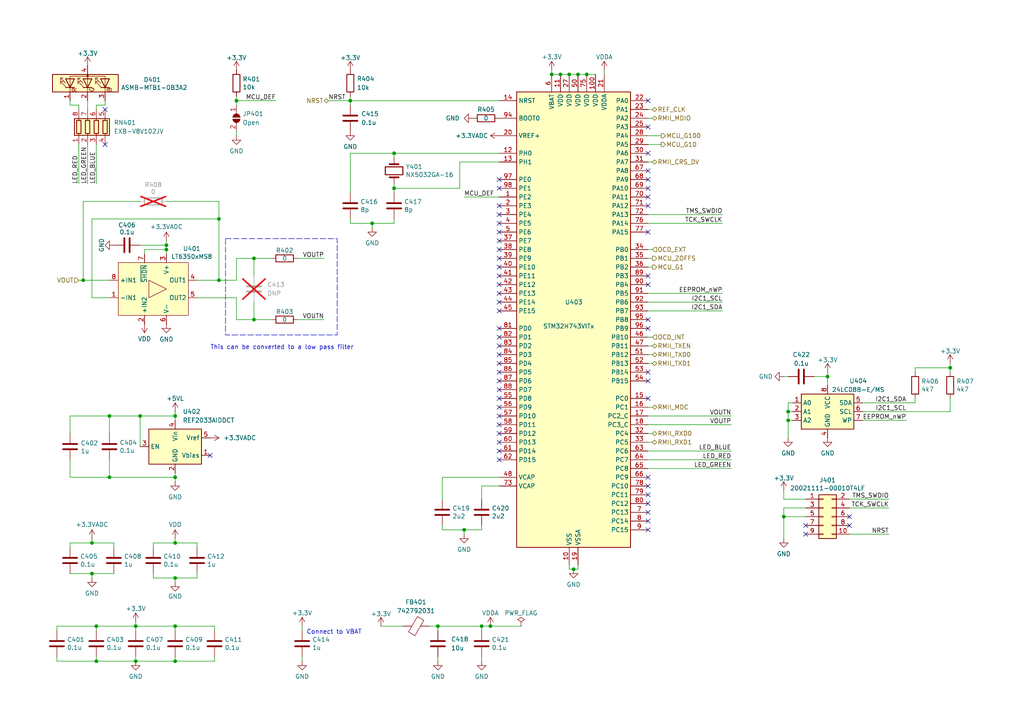
<source format=kicad_sch>
(kicad_sch (version 20231120) (generator "eeschema") (generator_version "8.0")
  (paper "A4")
  (lib_symbols
    (symbol "Connector_Generic:Conn_02x05_Odd_Even" (pin_names (offset 1.016) hide)
      (property "Reference" "J" (at 1.27 7.62 0))
      (property "Value" "Conn_02x05_Odd_Even" (at 1.27 -7.62 0))
      (symbol "Conn_02x05_Odd_Even_1_1"
        (pin passive line (at -5.08 5.08 0) (length 3.81) (name "Pin_1") (number "1"))
        (pin passive line (at 7.62 -5.08 180) (length 3.81) (name "Pin_10") (number "10"))
        (pin passive line (at 7.62 5.08 180) (length 3.81) (name "Pin_2") (number "2"))
        (pin passive line (at -5.08 2.54 0) (length 3.81) (name "Pin_3") (number "3"))
        (pin passive line (at 7.62 2.54 180) (length 3.81) (name "Pin_4") (number "4"))
        (pin passive line (at -5.08 0 0) (length 3.81) (name "Pin_5") (number "5"))
        (pin passive line (at 7.62 0 180) (length 3.81) (name "Pin_6") (number "6"))
        (pin passive line (at -5.08 -2.54 0) (length 3.81) (name "Pin_7") (number "7"))
        (pin passive line (at 7.62 -2.54 180) (length 3.81) (name "Pin_8") (number "8"))
        (pin passive line (at -5.08 -5.08 0) (length 3.81) (name "Pin_9") (number "9"))
      )
    )
    (symbol "Device:C" (pin_numbers hide) (pin_names (offset 0.254))
      (property "Reference" "C" (at 0.635 2.54 0))
      (property "Value" "C" (at 0.635 -2.54 0))
      (symbol "C_1_1"
        (pin passive line (at 0 3.81 270) (length 2.794) (name "~") (number "1"))
        (pin passive line (at 0 -3.81 90) (length 2.794) (name "~") (number "2"))
      )
    )
    (symbol "Device:Crystal" (pin_numbers hide) (pin_names (offset 1.016) hide)
      (property "Reference" "Y" (at 0 3.81 0))
      (property "Value" "Crystal" (at 0 -3.81 0))
      (symbol "Crystal_1_1"
        (pin passive line (at -3.81 0 0) (length 1.27) (name "1") (number "1"))
        (pin passive line (at 3.81 0 180) (length 1.27) (name "2") (number "2"))
      )
    )
    (symbol "Device:FerriteBead" (pin_numbers hide) (pin_names (offset 0))
      (property "Reference" "FB" (at -3.81 0.635 90))
      (property "Value" "FerriteBead" (at 3.81 0 90))
      (symbol "FerriteBead_1_1"
        (pin passive line (at 0 3.81 270) (length 2.54) (name "~") (number "1"))
        (pin passive line (at 0 -3.81 90) (length 2.54) (name "~") (number "2"))
      )
    )
    (symbol "Device:R" (pin_numbers hide) (pin_names (offset 0))
      (property "Reference" "R" (at 2.032 0 90))
      (property "Value" "R" (at 0 0 90))
      (symbol "R_1_1"
        (pin passive line (at 0 3.81 270) (length 1.27) (name "~") (number "1"))
        (pin passive line (at 0 -3.81 90) (length 1.27) (name "~") (number "2"))
      )
    )
    (symbol "Device:R_Pack04" (pin_names (offset 0) hide)
      (property "Reference" "RN" (at -7.62 0 90))
      (property "Value" "R_Pack04" (at 5.08 0 90))
      (symbol "R_Pack04_1_1"
        (pin passive line (at -5.08 -5.08 90) (length 2.54) (name "R1.1") (number "1"))
        (pin passive line (at -2.54 -5.08 90) (length 2.54) (name "R2.1") (number "2"))
        (pin passive line (at 0 -5.08 90) (length 2.54) (name "R3.1") (number "3"))
        (pin passive line (at 2.54 -5.08 90) (length 2.54) (name "R4.1") (number "4"))
        (pin passive line (at 2.54 5.08 270) (length 2.54) (name "R4.2") (number "5"))
        (pin passive line (at 0 5.08 270) (length 2.54) (name "R3.2") (number "6"))
        (pin passive line (at -2.54 5.08 270) (length 2.54) (name "R2.2") (number "7"))
        (pin passive line (at -5.08 5.08 270) (length 2.54) (name "R1.2") (number "8"))
      )
    )
    (symbol "ETH1HMSR-SMS:LT6350xMS8"
      (property "Reference" "U" (at 0 8.89 0))
      (property "Value" "LT6350xMS8" (at 12.446 8.89 0))
      (symbol "LT6350xMS8_0_0"
        (pin input line (at -12.7 -2.54 0) (length 2.54) (name "-IN1") (number "1"))
        (pin input line (at -2.54 -10.16 90) (length 2.54) (name "+IN2") (number "2"))
        (pin power_in line (at 3.81 10.16 270) (length 2.54) (name "V+") (number "3"))
        (pin output line (at 12.7 2.54 180) (length 2.54) (name "OUT1") (number "4"))
        (pin output line (at 12.7 -2.54 180) (length 2.54) (name "OUT2") (number "5"))
        (pin passive line (at 3.81 -10.16 90) (length 2.54) (name "V-") (number "6"))
        (pin input line (at -2.54 10.16 270) (length 2.54) (name "~{SHDN}") (number "7"))
        (pin input line (at -12.7 2.54 0) (length 2.54) (name "+IN1") (number "8"))
      )
    )
    (symbol "ETH1HMSR-SMS:REF2033AIDDCT"
      (property "Reference" "U" (at 2.54 8.89 0))
      (property "Value" "REF2033AIDDCT" (at 1.27 6.35 0))
      (symbol "REF2033AIDDCT_1_1"
        (pin power_out line (at 10.16 -2.54 180) (length 2.54) (name "Vbias") (number "1"))
        (pin power_in line (at 0 -7.62 90) (length 2.54) (name "GND") (number "2"))
        (pin input line (at -10.16 0 0) (length 2.54) (name "EN") (number "3"))
        (pin power_in line (at 0 7.62 270) (length 2.54) (name "Vin") (number "4"))
        (pin power_out line (at 10.16 2.54 180) (length 2.54) (name "Vref") (number "5"))
      )
    )
    (symbol "Jumper:SolderJumper_2_Open" (pin_names (offset 0) hide)
      (property "Reference" "JP" (at 0 2.032 0))
      (property "Value" "SolderJumper_2_Open" (at 0 -2.54 0))
      (symbol "SolderJumper_2_Open_1_1"
        (pin passive line (at -3.81 0 0) (length 2.54) (name "A") (number "1"))
        (pin passive line (at 3.81 0 180) (length 2.54) (name "B") (number "2"))
      )
    )
    (symbol "LED:ASMB-MTB1-0A3A2" (pin_names (offset 0) hide)
      (property "Reference" "D" (at 0 12.7 0))
      (property "Value" "ASMB-MTB1-0A3A2" (at 1.27 -11.43 0))
      (symbol "ASMB-MTB1-0A3A2_0_0"
        (text "B" (at -1.905 -6.35 0) (effects (font (size 1.27 1.27))))
        (text "G" (at -1.905 -1.27 0) (effects (font (size 1.27 1.27))))
        (text "R" (at -1.905 3.81 0) (effects (font (size 1.27 1.27))))
      )
      (symbol "ASMB-MTB1-0A3A2_1_1"
        (pin passive line (at -5.08 5.08 0) (length 2.54) (name "RK") (number "1"))
        (pin passive line (at -5.08 0 0) (length 2.54) (name "GK") (number "2"))
        (pin passive line (at -5.08 -5.08 0) (length 2.54) (name "BK") (number "3"))
        (pin passive line (at 5.08 0 180) (length 2.54) (name "A") (number "4"))
      )
    )
    (symbol "MCU_ST_STM32H7:STM32H743VITx"
      (property "Reference" "U" (at -15.24 67.31 0))
      (property "Value" "STM32H743VITx" (at 12.7 67.31 0))
      (symbol "STM32H743VITx_1_1"
        (pin bidirectional line (at -20.32 35.56 0) (length 5.08) (name "PE2") (number "1"))
        (pin power_in line (at 0 -71.12 90) (length 5.08) (name "VSS") (number "10"))
        (pin power_in line (at 7.62 71.12 270) (length 5.08) (name "VDD") (number "100"))
        (pin power_in line (at -2.54 71.12 270) (length 5.08) (name "VDD") (number "11"))
        (pin bidirectional line (at -20.32 48.26 0) (length 5.08) (name "PH0") (number "12"))
        (pin bidirectional line (at -20.32 45.72 0) (length 5.08) (name "PH1") (number "13"))
        (pin input line (at -20.32 63.5 0) (length 5.08) (name "NRST") (number "14"))
        (pin bidirectional line (at 22.86 -22.86 180) (length 5.08) (name "PC0") (number "15"))
        (pin bidirectional line (at 22.86 -25.4 180) (length 5.08) (name "PC1") (number "16"))
        (pin bidirectional line (at 22.86 -27.94 180) (length 5.08) (name "PC2_C") (number "17"))
        (pin bidirectional line (at 22.86 -30.48 180) (length 5.08) (name "PC3_C") (number "18"))
        (pin power_in line (at 2.54 -71.12 90) (length 5.08) (name "VSSA") (number "19"))
        (pin bidirectional line (at -20.32 33.02 0) (length 5.08) (name "PE3") (number "2"))
        (pin input line (at -20.32 53.34 0) (length 5.08) (name "VREF+") (number "20"))
        (pin power_in line (at 10.16 71.12 270) (length 5.08) (name "VDDA") (number "21"))
        (pin bidirectional line (at 22.86 63.5 180) (length 5.08) (name "PA0") (number "22"))
        (pin bidirectional line (at 22.86 60.96 180) (length 5.08) (name "PA1") (number "23"))
        (pin bidirectional line (at 22.86 58.42 180) (length 5.08) (name "PA2") (number "24"))
        (pin bidirectional line (at 22.86 55.88 180) (length 5.08) (name "PA3") (number "25"))
        (pin passive line (at 0 -71.12 90) (length 5.08) hide (name "VSS") (number "26"))
        (pin power_in line (at 0 71.12 270) (length 5.08) (name "VDD") (number "27"))
        (pin bidirectional line (at 22.86 53.34 180) (length 5.08) (name "PA4") (number "28"))
        (pin bidirectional line (at 22.86 50.8 180) (length 5.08) (name "PA5") (number "29"))
        (pin bidirectional line (at -20.32 30.48 0) (length 5.08) (name "PE4") (number "3"))
        (pin bidirectional line (at 22.86 48.26 180) (length 5.08) (name "PA6") (number "30"))
        (pin bidirectional line (at 22.86 45.72 180) (length 5.08) (name "PA7") (number "31"))
        (pin bidirectional line (at 22.86 -33.02 180) (length 5.08) (name "PC4") (number "32"))
        (pin bidirectional line (at 22.86 -35.56 180) (length 5.08) (name "PC5") (number "33"))
        (pin bidirectional line (at 22.86 20.32 180) (length 5.08) (name "PB0") (number "34"))
        (pin bidirectional line (at 22.86 17.78 180) (length 5.08) (name "PB1") (number "35"))
        (pin bidirectional line (at 22.86 15.24 180) (length 5.08) (name "PB2") (number "36"))
        (pin bidirectional line (at -20.32 22.86 0) (length 5.08) (name "PE7") (number "37"))
        (pin bidirectional line (at -20.32 20.32 0) (length 5.08) (name "PE8") (number "38"))
        (pin bidirectional line (at -20.32 17.78 0) (length 5.08) (name "PE9") (number "39"))
        (pin bidirectional line (at -20.32 27.94 0) (length 5.08) (name "PE5") (number "4"))
        (pin bidirectional line (at -20.32 15.24 0) (length 5.08) (name "PE10") (number "40"))
        (pin bidirectional line (at -20.32 12.7 0) (length 5.08) (name "PE11") (number "41"))
        (pin bidirectional line (at -20.32 10.16 0) (length 5.08) (name "PE12") (number "42"))
        (pin bidirectional line (at -20.32 7.62 0) (length 5.08) (name "PE13") (number "43"))
        (pin bidirectional line (at -20.32 5.08 0) (length 5.08) (name "PE14") (number "44"))
        (pin bidirectional line (at -20.32 2.54 0) (length 5.08) (name "PE15") (number "45"))
        (pin bidirectional line (at 22.86 -5.08 180) (length 5.08) (name "PB10") (number "46"))
        (pin bidirectional line (at 22.86 -7.62 180) (length 5.08) (name "PB11") (number "47"))
        (pin power_out line (at -20.32 -45.72 0) (length 5.08) (name "VCAP") (number "48"))
        (pin passive line (at 0 -71.12 90) (length 5.08) hide (name "VSS") (number "49"))
        (pin bidirectional line (at -20.32 25.4 0) (length 5.08) (name "PE6") (number "5"))
        (pin power_in line (at 2.54 71.12 270) (length 5.08) (name "VDD") (number "50"))
        (pin bidirectional line (at 22.86 -10.16 180) (length 5.08) (name "PB12") (number "51"))
        (pin bidirectional line (at 22.86 -12.7 180) (length 5.08) (name "PB13") (number "52"))
        (pin bidirectional line (at 22.86 -15.24 180) (length 5.08) (name "PB14") (number "53"))
        (pin bidirectional line (at 22.86 -17.78 180) (length 5.08) (name "PB15") (number "54"))
        (pin bidirectional line (at -20.32 -22.86 0) (length 5.08) (name "PD8") (number "55"))
        (pin bidirectional line (at -20.32 -25.4 0) (length 5.08) (name "PD9") (number "56"))
        (pin bidirectional line (at -20.32 -27.94 0) (length 5.08) (name "PD10") (number "57"))
        (pin bidirectional line (at -20.32 -30.48 0) (length 5.08) (name "PD11") (number "58"))
        (pin bidirectional line (at -20.32 -33.02 0) (length 5.08) (name "PD12") (number "59"))
        (pin power_in line (at -5.08 71.12 270) (length 5.08) (name "VBAT") (number "6"))
        (pin bidirectional line (at -20.32 -35.56 0) (length 5.08) (name "PD13") (number "60"))
        (pin bidirectional line (at -20.32 -38.1 0) (length 5.08) (name "PD14") (number "61"))
        (pin bidirectional line (at -20.32 -40.64 0) (length 5.08) (name "PD15") (number "62"))
        (pin bidirectional line (at 22.86 -38.1 180) (length 5.08) (name "PC6") (number "63"))
        (pin bidirectional line (at 22.86 -40.64 180) (length 5.08) (name "PC7") (number "64"))
        (pin bidirectional line (at 22.86 -43.18 180) (length 5.08) (name "PC8") (number "65"))
        (pin bidirectional line (at 22.86 -45.72 180) (length 5.08) (name "PC9") (number "66"))
        (pin bidirectional line (at 22.86 43.18 180) (length 5.08) (name "PA8") (number "67"))
        (pin bidirectional line (at 22.86 40.64 180) (length 5.08) (name "PA9") (number "68"))
        (pin bidirectional line (at 22.86 38.1 180) (length 5.08) (name "PA10") (number "69"))
        (pin bidirectional line (at 22.86 -55.88 180) (length 5.08) (name "PC13") (number "7"))
        (pin bidirectional line (at 22.86 35.56 180) (length 5.08) (name "PA11") (number "70"))
        (pin bidirectional line (at 22.86 33.02 180) (length 5.08) (name "PA12") (number "71"))
        (pin bidirectional line (at 22.86 30.48 180) (length 5.08) (name "PA13") (number "72"))
        (pin power_out line (at -20.32 -48.26 0) (length 5.08) (name "VCAP") (number "73"))
        (pin passive line (at 0 -71.12 90) (length 5.08) hide (name "VSS") (number "74"))
        (pin power_in line (at 5.08 71.12 270) (length 5.08) (name "VDD") (number "75"))
        (pin bidirectional line (at 22.86 27.94 180) (length 5.08) (name "PA14") (number "76"))
        (pin bidirectional line (at 22.86 25.4 180) (length 5.08) (name "PA15") (number "77"))
        (pin bidirectional line (at 22.86 -48.26 180) (length 5.08) (name "PC10") (number "78"))
        (pin bidirectional line (at 22.86 -50.8 180) (length 5.08) (name "PC11") (number "79"))
        (pin bidirectional line (at 22.86 -58.42 180) (length 5.08) (name "PC14") (number "8"))
        (pin bidirectional line (at 22.86 -53.34 180) (length 5.08) (name "PC12") (number "80"))
        (pin bidirectional line (at -20.32 -2.54 0) (length 5.08) (name "PD0") (number "81"))
        (pin bidirectional line (at -20.32 -5.08 0) (length 5.08) (name "PD1") (number "82"))
        (pin bidirectional line (at -20.32 -7.62 0) (length 5.08) (name "PD2") (number "83"))
        (pin bidirectional line (at -20.32 -10.16 0) (length 5.08) (name "PD3") (number "84"))
        (pin bidirectional line (at -20.32 -12.7 0) (length 5.08) (name "PD4") (number "85"))
        (pin bidirectional line (at -20.32 -15.24 0) (length 5.08) (name "PD5") (number "86"))
        (pin bidirectional line (at -20.32 -17.78 0) (length 5.08) (name "PD6") (number "87"))
        (pin bidirectional line (at -20.32 -20.32 0) (length 5.08) (name "PD7") (number "88"))
        (pin bidirectional line (at 22.86 12.7 180) (length 5.08) (name "PB3") (number "89"))
        (pin bidirectional line (at 22.86 -60.96 180) (length 5.08) (name "PC15") (number "9"))
        (pin bidirectional line (at 22.86 10.16 180) (length 5.08) (name "PB4") (number "90"))
        (pin bidirectional line (at 22.86 7.62 180) (length 5.08) (name "PB5") (number "91"))
        (pin bidirectional line (at 22.86 5.08 180) (length 5.08) (name "PB6") (number "92"))
        (pin bidirectional line (at 22.86 2.54 180) (length 5.08) (name "PB7") (number "93"))
        (pin input line (at -20.32 58.42 0) (length 5.08) (name "BOOT0") (number "94"))
        (pin bidirectional line (at 22.86 0 180) (length 5.08) (name "PB8") (number "95"))
        (pin bidirectional line (at 22.86 -2.54 180) (length 5.08) (name "PB9") (number "96"))
        (pin bidirectional line (at -20.32 40.64 0) (length 5.08) (name "PE0") (number "97"))
        (pin bidirectional line (at -20.32 38.1 0) (length 5.08) (name "PE1") (number "98"))
        (pin passive line (at 0 -71.12 90) (length 5.08) hide (name "VSS") (number "99"))
      )
    )
    (symbol "Memory_EEPROM:24LC08"
      (property "Reference" "U" (at -6.35 6.35 0))
      (property "Value" "24LC08" (at 1.27 6.35 0))
      (symbol "24LC08_1_1"
        (pin input line (at -10.16 2.54 0) (length 2.54) (name "A0") (number "1"))
        (pin input line (at -10.16 0 0) (length 2.54) (name "A1") (number "2"))
        (pin input line (at -10.16 -2.54 0) (length 2.54) (name "A2") (number "3"))
        (pin power_in line (at 0 -7.62 90) (length 2.54) (name "GND") (number "4"))
        (pin bidirectional line (at 10.16 2.54 180) (length 2.54) (name "SDA") (number "5"))
        (pin input line (at 10.16 0 180) (length 2.54) (name "SCL") (number "6"))
        (pin input line (at 10.16 -2.54 180) (length 2.54) (name "WP") (number "7"))
        (pin power_in line (at 0 7.62 270) (length 2.54) (name "VCC") (number "8"))
      )
    )
    (symbol "power:+3.3V" (power) (pin_numbers hide) (pin_names (offset 0) hide)
      (property "Value" "+3.3V" (at 0 3.556 0))
      (symbol "+3.3V_1_1"
        (pin power_in line (at 0 0 90) (length 0) (name "~") (number "1"))
      )
    )
    (symbol "power:+3.3VADC" (power) (pin_numbers hide) (pin_names (offset 0) hide)
      (property "Value" "+3.3VADC" (at 0 3.556 0))
      (symbol "+3.3VADC_0_0"
        (pin power_in line (at 0 0 90) (length 0) (name "~") (number "1"))
      )
    )
    (symbol "power:+5VL" (power) (pin_numbers hide) (pin_names (offset 0) hide)
      (property "Value" "+5VL" (at 0 3.556 0))
      (symbol "+5VL_1_1"
        (pin power_in line (at 0 0 90) (length 0) (name "~") (number "1"))
      )
    )
    (symbol "power:GND" (power) (pin_numbers hide) (pin_names (offset 0) hide)
      (property "Value" "GND" (at 0 -3.81 0))
      (symbol "GND_1_1"
        (pin power_in line (at 0 0 270) (length 0) (name "~") (number "1"))
      )
    )
    (symbol "power:PWR_FLAG" (power) (pin_numbers hide) (pin_names (offset 0) hide)
      (property "Value" "PWR_FLAG" (at 0 3.81 0))
      (symbol "PWR_FLAG_0_0"
        (pin power_out line (at 0 0 90) (length 0) (name "~") (number "1"))
      )
    )
    (symbol "power:VDD" (power) (pin_numbers hide) (pin_names (offset 0) hide)
      (property "Value" "VDD" (at 0 3.556 0))
      (symbol "VDD_1_1"
        (pin power_in line (at 0 0 90) (length 0) (name "~") (number "1"))
      )
    )
    (symbol "power:VDDA" (power) (pin_numbers hide) (pin_names (offset 0) hide)
      (property "Value" "VDDA" (at 0 3.556 0))
      (symbol "VDDA_1_1"
        (pin power_in line (at 0 0 90) (length 0) (name "~") (number "1"))
      )
    )
  )
  (junction (at 50.8 157.48))
  (junction (at 39.37 181.61))
  (junction (at 50.8 191.77))
  (junction (at 31.75 138.43))
  (junction (at 48.26 71.12))
  (junction (at 167.64 21.59))
  (junction (at 228.6 119.38))
  (junction (at 48.26 72.39))
  (junction (at 139.7 181.61))
  (junction (at 40.64 120.65))
  (junction (at 101.6 29.21))
  (junction (at 170.18 21.59))
  (junction (at 228.6 121.92))
  (junction (at 166.37 165.1))
  (junction (at 27.94 191.77))
  (junction (at 63.5 63.5))
  (junction (at 134.62 153.67))
  (junction (at 142.24 181.61))
  (junction (at 107.95 64.77))
  (junction (at 73.66 92.71))
  (junction (at 162.56 21.59))
  (junction (at 50.8 138.43))
  (junction (at 275.59 106.68))
  (junction (at 50.8 167.64))
  (junction (at 114.3 54.61))
  (junction (at 227.33 149.86))
  (junction (at 39.37 191.77))
  (junction (at 127 181.61))
  (junction (at 50.8 181.61))
  (junction (at 27.94 181.61))
  (junction (at 114.3 44.45))
  (junction (at 24.13 81.28))
  (junction (at 240.03 109.22))
  (junction (at 31.75 120.65))
  (junction (at 26.67 166.37))
  (junction (at 63.5 81.28))
  (junction (at 26.67 157.48))
  (junction (at 160.02 21.59))
  (junction (at 50.8 120.65))
  (junction (at 68.58 29.21))
  (junction (at 73.66 74.93))
  (junction (at 165.1 21.59))
  (no_connect (at 144.78 85.09))
  (no_connect (at 144.78 62.23))
  (no_connect (at 187.96 57.15))
  (no_connect (at 144.78 105.41))
  (no_connect (at 144.78 102.87))
  (no_connect (at 144.78 115.57))
  (no_connect (at 187.96 59.69))
  (no_connect (at 144.78 100.33))
  (no_connect (at 246.38 152.4))
  (no_connect (at 187.96 44.45))
  (no_connect (at 144.78 90.17))
  (no_connect (at 187.96 107.95))
  (no_connect (at 144.78 118.11))
  (no_connect (at 187.96 110.49))
  (no_connect (at 144.78 125.73))
  (no_connect (at 233.68 154.94))
  (no_connect (at 187.96 146.05))
  (no_connect (at 187.96 92.71))
  (no_connect (at 144.78 59.69))
  (no_connect (at 187.96 49.53))
  (no_connect (at 187.96 80.01))
  (no_connect (at 144.78 95.25))
  (no_connect (at 144.78 82.55))
  (no_connect (at 144.78 110.49))
  (no_connect (at 144.78 87.63))
  (no_connect (at 144.78 64.77))
  (no_connect (at 144.78 113.03))
  (no_connect (at 187.96 54.61))
  (no_connect (at 144.78 97.79))
  (no_connect (at 187.96 138.43))
  (no_connect (at 144.78 130.81))
  (no_connect (at 187.96 143.51))
  (no_connect (at 187.96 148.59))
  (no_connect (at 187.96 115.57))
  (no_connect (at 187.96 36.83))
  (no_connect (at 187.96 52.07))
  (no_connect (at 187.96 67.31))
  (no_connect (at 144.78 52.07))
  (no_connect (at 144.78 107.95))
  (no_connect (at 30.48 41.91))
  (no_connect (at 187.96 151.13))
  (no_connect (at 246.38 149.86))
  (no_connect (at 144.78 74.93))
  (no_connect (at 144.78 80.01))
  (no_connect (at 187.96 29.21))
  (no_connect (at 30.48 31.75))
  (no_connect (at 187.96 153.67))
  (no_connect (at 187.96 95.25))
  (no_connect (at 144.78 128.27))
  (no_connect (at 187.96 140.97))
  (no_connect (at 144.78 120.65))
  (no_connect (at 144.78 54.61))
  (no_connect (at 144.78 77.47))
  (no_connect (at 60.96 132.08))
  (no_connect (at 144.78 69.85))
  (no_connect (at 144.78 133.35))
  (no_connect (at 144.78 67.31))
  (no_connect (at 144.78 72.39))
  (no_connect (at 187.96 82.55))
  (no_connect (at 144.78 123.19))
  (no_connect (at 233.68 152.4))
  (wire (pts (xy 39.37 190.5) (xy 39.37 191.77)))
  (wire (pts (xy 73.66 74.93) (xy 78.74 74.93)))
  (wire (pts (xy 50.8 156.21) (xy 50.8 157.48)))
  (wire (pts (xy 50.8 181.61) (xy 39.37 181.61)))
  (wire (pts (xy 50.8 167.64) (xy 50.8 168.91)))
  (wire (pts (xy 162.56 21.59) (xy 165.1 21.59)))
  (wire (pts (xy 63.5 81.28) (xy 68.58 81.28)))
  (wire (pts (xy 265.43 107.95) (xy 265.43 106.68)))
  (wire (pts (xy 25.4 29.21) (xy 25.4 31.75)))
  (wire (pts (xy 165.1 165.1) (xy 166.37 165.1)))
  (wire (pts (xy 26.67 63.5) (xy 63.5 63.5)))
  (wire (pts (xy 26.67 86.36) (xy 31.75 86.36)))
  (wire (pts (xy 101.6 29.21) (xy 144.78 29.21)))
  (wire (pts (xy 39.37 181.61) (xy 27.94 181.61)))
  (wire (pts (xy 31.75 120.65) (xy 40.64 120.65)))
  (wire (pts (xy 189.23 77.47) (xy 187.96 77.47)))
  (wire (pts (xy 44.45 157.48) (xy 50.8 157.48)))
  (wire (pts (xy 68.58 30.48) (xy 68.58 29.21)))
  (wire (pts (xy 33.02 157.48) (xy 26.67 157.48)))
  (wire (pts (xy 187.96 46.99) (xy 189.23 46.99)))
  (wire (pts (xy 240.03 109.22) (xy 240.03 111.76)))
  (wire (pts (xy 187.96 133.35) (xy 212.09 133.35)))
  (wire (pts (xy 26.67 156.21) (xy 26.67 157.48)))
  (wire (pts (xy 165.1 163.83) (xy 165.1 165.1)))
  (wire (pts (xy 228.6 127) (xy 228.6 121.92)))
  (wire (pts (xy 40.64 71.12) (xy 48.26 71.12)))
  (wire (pts (xy 27.94 181.61) (xy 16.51 181.61)))
  (wire (pts (xy 50.8 191.77) (xy 62.23 191.77)))
  (wire (pts (xy 86.36 92.71) (xy 93.98 92.71)))
  (wire (pts (xy 139.7 140.97) (xy 144.78 140.97)))
  (wire (pts (xy 41.91 72.39) (xy 41.91 73.66)))
  (wire (pts (xy 187.96 97.79) (xy 189.23 97.79)))
  (wire (pts (xy 26.67 157.48) (xy 20.32 157.48)))
  (wire (pts (xy 20.32 120.65) (xy 31.75 120.65)))
  (wire (pts (xy 233.68 149.86) (xy 227.33 149.86)))
  (wire (pts (xy 87.63 181.61) (xy 87.63 182.88)))
  (wire (pts (xy 187.96 118.11) (xy 189.23 118.11)))
  (wire (pts (xy 26.67 86.36) (xy 26.67 63.5)))
  (wire (pts (xy 31.75 120.65) (xy 31.75 125.73)))
  (wire (pts (xy 30.48 30.48) (xy 27.94 30.48)))
  (wire (pts (xy 73.66 87.63) (xy 73.66 92.71)))
  (wire (pts (xy 187.96 125.73) (xy 189.23 125.73)))
  (wire (pts (xy 250.19 116.84) (xy 265.43 116.84)))
  (wire (pts (xy 27.94 30.48) (xy 27.94 31.75)))
  (wire (pts (xy 57.15 81.28) (xy 63.5 81.28)))
  (wire (pts (xy 139.7 181.61) (xy 139.7 182.88)))
  (wire (pts (xy 57.15 166.37) (xy 57.15 167.64)))
  (wire (pts (xy 48.26 73.66) (xy 48.26 72.39)))
  (wire (pts (xy 40.64 120.65) (xy 50.8 120.65)))
  (wire (pts (xy 134.62 153.67) (xy 139.7 153.67)))
  (wire (pts (xy 250.19 121.92) (xy 262.89 121.92)))
  (wire (pts (xy 114.3 64.77) (xy 114.3 63.5)))
  (wire (pts (xy 275.59 105.41) (xy 275.59 106.68)))
  (wire (pts (xy 107.95 64.77) (xy 114.3 64.77)))
  (wire (pts (xy 191.77 39.37) (xy 187.96 39.37)))
  (wire (pts (xy 22.86 41.91) (xy 22.86 53.34)))
  (wire (pts (xy 187.96 34.29) (xy 189.23 34.29)))
  (wire (pts (xy 20.32 138.43) (xy 20.32 133.35)))
  (wire (pts (xy 227.33 149.86) (xy 227.33 147.32)))
  (wire (pts (xy 191.77 41.91) (xy 187.96 41.91)))
  (wire (pts (xy 236.22 109.22) (xy 240.03 109.22)))
  (wire (pts (xy 48.26 72.39) (xy 41.91 72.39)))
  (wire (pts (xy 187.96 100.33) (xy 189.23 100.33)))
  (wire (pts (xy 189.23 74.93) (xy 187.96 74.93)))
  (wire (pts (xy 187.96 105.41) (xy 189.23 105.41)))
  (wire (pts (xy 20.32 157.48) (xy 20.32 158.75)))
  (wire (pts (xy 114.3 44.45) (xy 101.6 44.45)))
  (wire (pts (xy 44.45 166.37) (xy 44.45 167.64)))
  (wire (pts (xy 187.96 128.27) (xy 189.23 128.27)))
  (wire (pts (xy 110.49 181.61) (xy 116.84 181.61)))
  (wire (pts (xy 139.7 181.61) (xy 142.24 181.61)))
  (wire (pts (xy 44.45 167.64) (xy 50.8 167.64)))
  (wire (pts (xy 189.23 102.87) (xy 187.96 102.87)))
  (wire (pts (xy 50.8 138.43) (xy 50.8 139.7)))
  (wire (pts (xy 139.7 140.97) (xy 139.7 144.78)))
  (wire (pts (xy 62.23 181.61) (xy 62.23 182.88)))
  (wire (pts (xy 24.13 81.28) (xy 31.75 81.28)))
  (wire (pts (xy 50.8 157.48) (xy 57.15 157.48)))
  (wire (pts (xy 48.26 58.42) (xy 63.5 58.42)))
  (wire (pts (xy 160.02 21.59) (xy 162.56 21.59)))
  (wire (pts (xy 39.37 181.61) (xy 39.37 182.88)))
  (wire (pts (xy 16.51 190.5) (xy 16.51 191.77)))
  (wire (pts (xy 16.51 181.61) (xy 16.51 182.88)))
  (wire (pts (xy 133.35 46.99) (xy 133.35 54.61)))
  (wire (pts (xy 144.78 46.99) (xy 133.35 46.99)))
  (wire (pts (xy 68.58 74.93) (xy 73.66 74.93)))
  (wire (pts (xy 187.96 123.19) (xy 212.09 123.19)))
  (wire (pts (xy 68.58 81.28) (xy 68.58 74.93)))
  (wire (pts (xy 73.66 74.93) (xy 73.66 80.01)))
  (wire (pts (xy 228.6 119.38) (xy 228.6 121.92)))
  (wire (pts (xy 167.64 163.83) (xy 167.64 165.1)))
  (wire (pts (xy 187.96 120.65) (xy 212.09 120.65)))
  (wire (pts (xy 228.6 121.92) (xy 229.87 121.92)))
  (wire (pts (xy 50.8 167.64) (xy 57.15 167.64)))
  (wire (pts (xy 27.94 181.61) (xy 27.94 182.88)))
  (wire (pts (xy 246.38 147.32) (xy 257.81 147.32)))
  (wire (pts (xy 50.8 181.61) (xy 50.8 182.88)))
  (wire (pts (xy 31.75 133.35) (xy 31.75 138.43)))
  (wire (pts (xy 134.62 57.15) (xy 144.78 57.15)))
  (wire (pts (xy 50.8 120.65) (xy 50.8 121.92)))
  (wire (pts (xy 48.26 71.12) (xy 48.26 72.39)))
  (wire (pts (xy 227.33 142.24) (xy 227.33 144.78)))
  (wire (pts (xy 128.27 138.43) (xy 144.78 138.43)))
  (wire (pts (xy 101.6 63.5) (xy 101.6 64.77)))
  (wire (pts (xy 80.01 29.21) (xy 68.58 29.21)))
  (wire (pts (xy 246.38 144.78) (xy 257.81 144.78)))
  (wire (pts (xy 227.33 147.32) (xy 233.68 147.32)))
  (wire (pts (xy 167.64 21.59) (xy 170.18 21.59)))
  (wire (pts (xy 187.96 87.63) (xy 209.55 87.63)))
  (wire (pts (xy 175.26 20.32) (xy 175.26 21.59)))
  (wire (pts (xy 68.58 38.1) (xy 68.58 39.37)))
  (wire (pts (xy 20.32 29.21) (xy 20.32 30.48)))
  (wire (pts (xy 68.58 86.36) (xy 57.15 86.36)))
  (wire (pts (xy 265.43 116.84) (xy 265.43 115.57)))
  (wire (pts (xy 22.86 81.28) (xy 24.13 81.28)))
  (wire (pts (xy 114.3 53.34) (xy 114.3 54.61)))
  (wire (pts (xy 139.7 191.77) (xy 139.7 190.5)))
  (wire (pts (xy 50.8 138.43) (xy 31.75 138.43)))
  (wire (pts (xy 187.96 90.17) (xy 209.55 90.17)))
  (wire (pts (xy 68.58 92.71) (xy 73.66 92.71)))
  (wire (pts (xy 134.62 154.94) (xy 134.62 153.67)))
  (wire (pts (xy 128.27 153.67) (xy 134.62 153.67)))
  (wire (pts (xy 101.6 29.21) (xy 101.6 30.48)))
  (wire (pts (xy 128.27 152.4) (xy 128.27 153.67)))
  (wire (pts (xy 22.86 30.48) (xy 22.86 31.75)))
  (wire (pts (xy 63.5 63.5) (xy 63.5 81.28)))
  (wire (pts (xy 27.94 41.91) (xy 27.94 53.34)))
  (wire (pts (xy 187.96 135.89) (xy 212.09 135.89)))
  (wire (pts (xy 275.59 119.38) (xy 275.59 115.57)))
  (wire (pts (xy 160.02 20.32) (xy 160.02 21.59)))
  (wire (pts (xy 127 181.61) (xy 124.46 181.61)))
  (wire (pts (xy 246.38 154.94) (xy 257.81 154.94)))
  (wire (pts (xy 95.25 29.21) (xy 101.6 29.21)))
  (wire (pts (xy 275.59 106.68) (xy 275.59 107.95)))
  (wire (pts (xy 101.6 64.77) (xy 107.95 64.77)))
  (wire (pts (xy 240.03 107.95) (xy 240.03 109.22)))
  (wire (pts (xy 187.96 31.75) (xy 189.23 31.75)))
  (wire (pts (xy 50.8 137.16) (xy 50.8 138.43)))
  (wire (pts (xy 33.02 157.48) (xy 33.02 158.75)))
  (wire (pts (xy 68.58 92.71) (xy 68.58 86.36)))
  (wire (pts (xy 229.87 119.38) (xy 228.6 119.38)))
  (wire (pts (xy 166.37 165.1) (xy 167.64 165.1)))
  (wire (pts (xy 127 181.61) (xy 127 182.88)))
  (wire (pts (xy 62.23 181.61) (xy 50.8 181.61)))
  (wire (pts (xy 133.35 54.61) (xy 114.3 54.61)))
  (wire (pts (xy 229.87 116.84) (xy 228.6 116.84)))
  (wire (pts (xy 25.4 41.91) (xy 25.4 53.34)))
  (wire (pts (xy 73.66 92.71) (xy 78.74 92.71)))
  (wire (pts (xy 228.6 116.84) (xy 228.6 119.38)))
  (wire (pts (xy 187.96 62.23) (xy 209.55 62.23)))
  (wire (pts (xy 39.37 180.34) (xy 39.37 181.61)))
  (wire (pts (xy 127 181.61) (xy 139.7 181.61)))
  (wire (pts (xy 40.64 120.65) (xy 40.64 129.54)))
  (wire (pts (xy 227.33 144.78) (xy 233.68 144.78)))
  (wire (pts (xy 30.48 29.21) (xy 30.48 30.48)))
  (wire (pts (xy 227.33 109.22) (xy 228.6 109.22)))
  (wire (pts (xy 114.3 45.72) (xy 114.3 44.45)))
  (wire (pts (xy 27.94 190.5) (xy 27.94 191.77)))
  (wire (pts (xy 265.43 106.68) (xy 275.59 106.68)))
  (wire (pts (xy 62.23 191.77) (xy 62.23 190.5)))
  (wire (pts (xy 68.58 29.21) (xy 68.58 27.94)))
  (wire (pts (xy 187.96 130.81) (xy 212.09 130.81)))
  (wire (pts (xy 24.13 58.42) (xy 24.13 81.28)))
  (wire (pts (xy 16.51 191.77) (xy 27.94 191.77)))
  (wire (pts (xy 127 191.77) (xy 127 190.5)))
  (wire (pts (xy 114.3 44.45) (xy 144.78 44.45)))
  (wire (pts (xy 50.8 190.5) (xy 50.8 191.77)))
  (wire (pts (xy 165.1 21.59) (xy 167.64 21.59)))
  (wire (pts (xy 250.19 119.38) (xy 275.59 119.38)))
  (wire (pts (xy 40.64 58.42) (xy 24.13 58.42)))
  (wire (pts (xy 44.45 157.48) (xy 44.45 158.75)))
  (wire (pts (xy 101.6 44.45) (xy 101.6 55.88)))
  (wire (pts (xy 27.94 191.77) (xy 39.37 191.77)))
  (wire (pts (xy 139.7 153.67) (xy 139.7 152.4)))
  (wire (pts (xy 20.32 166.37) (xy 26.67 166.37)))
  (wire (pts (xy 39.37 191.77) (xy 50.8 191.77)))
  (wire (pts (xy 86.36 74.93) (xy 93.98 74.93)))
  (wire (pts (xy 87.63 190.5) (xy 87.63 191.77)))
  (wire (pts (xy 26.67 166.37) (xy 33.02 166.37)))
  (wire (pts (xy 48.26 69.85) (xy 48.26 71.12)))
  (wire (pts (xy 128.27 138.43) (xy 128.27 144.78)))
  (wire (pts (xy 20.32 30.48) (xy 22.86 30.48)))
  (wire (pts (xy 170.18 21.59) (xy 172.72 21.59)))
  (wire (pts (xy 63.5 58.42) (xy 63.5 63.5)))
  (wire (pts (xy 114.3 54.61) (xy 114.3 55.88)))
  (wire (pts (xy 187.96 72.39) (xy 189.23 72.39)))
  (wire (pts (xy 187.96 85.09) (xy 209.55 85.09)))
  (wire (pts (xy 20.32 125.73) (xy 20.32 120.65)))
  (wire (pts (xy 57.15 157.48) (xy 57.15 158.75)))
  (wire (pts (xy 50.8 119.38) (xy 50.8 120.65)))
  (wire (pts (xy 31.75 138.43) (xy 20.32 138.43)))
  (wire (pts (xy 107.95 66.04) (xy 107.95 64.77)))
  (wire (pts (xy 227.33 156.21) (xy 227.33 149.86)))
  (wire (pts (xy 142.24 181.61) (xy 151.13 181.61)))
  (wire (pts (xy 26.67 166.37) (xy 26.67 167.64)))
  (wire (pts (xy 187.96 64.77) (xy 209.55 64.77)))
  (wire (pts (xy 101.6 27.94) (xy 101.6 29.21)))
  (rectangle (start 65.405 69.215) (end 97.79 97.155) (stroke (width 0) (type dash)))
  (text "This can be converted to a low pass filter" (at 81.788 100.838 0) (effects (font (size 1.27 1.27))))
  (text "Connect to VBAT" (at 88.9 184.15 0) (effects (font (size 1.27 1.27)) (justify left bottom)))
  (label "MCU_DEF" (at 134.62 57.15 0))
  (label "VOUTN" (at 93.98 92.71 180))
  (label "MCU_DEF" (at 80.01 29.21 180))
  (label "I2C1_SDA" (at 209.55 90.17 180))
  (label "LED_RED" (at 22.86 53.34 90))
  (label "TCK_SWCLK" (at 209.55 64.77 180))
  (label "I2C1_SDA" (at 262.89 116.84 180))
  (label "LED_BLUE" (at 212.09 130.81 180))
  (label "TCK_SWCLK" (at 257.81 147.32 180))
  (label "VOUTP" (at 212.09 123.19 180))
  (label "I2C1_SCL" (at 262.89 119.38 180))
  (label "EEPROM_nWP" (at 262.89 121.92 180))
  (label "LED_GREEN" (at 25.4 53.34 90))
  (label "VOUTP" (at 93.98 74.93 180))
  (label "LED_GREEN" (at 212.09 135.89 180))
  (label "LED_RED" (at 212.09 133.35 180))
  (label "LED_BLUE" (at 27.94 53.34 90))
  (label "VOUTN" (at 212.09 120.65 180))
  (label "I2C1_SCL" (at 209.55 87.63 180))
  (label "EEPROM_nWP" (at 209.55 85.09 180))
  (label "NRST" (at 257.81 154.94 180))
  (label "TMS_SWDIO" (at 209.55 62.23 180))
  (label "TMS_SWDIO" (at 257.81 144.78 180))
  (label "NRST" (at 95.25 29.21 0))
  (hierarchical_label "RMII_MDC" (shape bidirectional) (at 189.23 118.11 0))
  (hierarchical_label "MCU_G1" (shape output) (at 189.23 77.47 0))
  (hierarchical_label "VOUT" (shape input) (at 22.86 81.28 180))
  (hierarchical_label "OCD_INT" (shape input) (at 189.23 97.79 0))
  (hierarchical_label "RMII_MDIO" (shape bidirectional) (at 189.23 34.29 0))
  (hierarchical_label "RMII_TXD1" (shape bidirectional) (at 189.23 105.41 0))
  (hierarchical_label "REF_CLK" (shape bidirectional) (at 189.23 31.75 0))
  (hierarchical_label "RMII_TXEN" (shape bidirectional) (at 189.23 100.33 0))
  (hierarchical_label "RMII_TXD0" (shape bidirectional) (at 189.23 102.87 0))
  (hierarchical_label "NRST" (shape bidirectional) (at 95.25 29.21 180))
  (hierarchical_label "MCU_G10" (shape output) (at 191.77 41.91 0))
  (hierarchical_label "MCU_ZOFFS" (shape output) (at 189.23 74.93 0))
  (hierarchical_label "RMII_CRS_DV" (shape bidirectional) (at 189.23 46.99 0))
  (hierarchical_label "MCU_G100" (shape output) (at 191.77 39.37 0))
  (hierarchical_label "OCD_EXT" (shape input) (at 189.23 72.39 0))
  (hierarchical_label "RMII_RXD0" (shape bidirectional) (at 189.23 125.73 0))
  (hierarchical_label "RMII_RXD1" (shape bidirectional) (at 189.23 128.27 0))
  (symbol (lib_id "power:VDDA") (at 175.26 20.32 0) (unit 1)
    (property "Reference" "#PWR0431" (effects (hide yes)))
    (property "Value" "VDDA" (at 175.26 16.51 0))
    (property "Description" "Power symbol creates a global label with name \"VDDA\"" (effects (hide yes)))
    (instances (project "ETH1HMSR-SMS" (path "" (reference "#PWR0431") (unit 1))) (project "ETH1IRCAM1" (path "" (reference "#PWR0418") (unit 1))))
  )
  (symbol (lib_id "LED:ASMB-MTB1-0A3A2") (at 25.4 24.13 90) (unit 1)
    (property "Reference" "D401" (at 46.736 23.114 90) (effects (justify left)))
    (property "Value" "ASMB-MTB1-0B3A2" (at 54.356 25.4 90) (effects (justify left)))
    (property "Footprint" "LED_SMD:LED_Avago_PLCC4_3.2x2.8mm_CW" (effects (hide yes)))
    (property "Datasheet" "https://docs.broadcom.com/docs/AV02-4194EN" (effects (hide yes)))
  )
  (symbol (lib_id "Device:C") (at 16.51 186.69 0) (unit 1)
    (property "Reference" "C401" (at 19.431 185.5216 0) (effects (justify left)))
    (property "Value" "0.1u" (at 19.431 187.833 0) (effects (justify left)))
    (property "Footprint" "Capacitor_SMD:C_0603_1608Metric_Pad1.08x0.95mm_HandSolder" (effects (hide yes)))
  )
  (symbol (lib_id "power:GND") (at 228.6 127 0) (unit 1)
    (property "Reference" "#PWR0435" (effects (hide yes)))
    (property "Value" "GND" (at 228.6 131.445 0))
    (property "Description" "Power symbol creates a global label with name \"GND\" , ground" (effects (hide yes)))
    (instances (project "ETH1HMSR-SMS" (path "" (reference "#PWR0435") (unit 1))) (project "ETH1IRCAM1" (path "" (reference "#PWR0424") (unit 1))))
  )
  (symbol (lib_id "ETH1HMSR-SMS:LT6350xMS8") (at 44.45 83.82 0) (unit 1)
    (property "Reference" "U401" (at 55.626 72.136 0))
    (property "Value" "LT6350xMS8" (at 55.626 74.422 0))
    (property "Footprint" "Package_SO:MSOP-8_3x3mm_P0.65mm" (effects (hide yes)))
    (property "Datasheet" "https://www.analog.com/media/en/technical-documentation/data-sheets/6350fc.pdf" (effects (hide yes)))
  )
  (symbol (lib_id "power:GND") (at 139.7 191.77 0) (unit 1)
    (property "Reference" "#PWR0426" (effects (hide yes)))
    (property "Value" "GND" (at 139.7 196.215 0))
    (property "Description" "Power symbol creates a global label with name \"GND\" , ground" (effects (hide yes)))
    (instances (project "ETH1HMSR-SMS" (path "" (reference "#PWR0426") (unit 1))) (project "ETH1IRCAM1" (path "" (reference "#PWR0413") (unit 1))))
  )
  (symbol (lib_id "Device:Crystal") (at 114.3 49.53 270) (unit 1)
    (property "Reference" "Y401" (at 117.6274 48.3616 90) (effects (justify left)))
    (property "Value" "NX5032GA-16" (at 117.6274 50.673 90) (effects (justify left)))
    (property "Footprint" "ETH1HMSR-SMS:NX5032GA" (effects (hide yes)))
  )
  (symbol (lib_id "Device:FerriteBead") (at 120.65 181.61 270) (unit 1)
    (property "Reference" "FB401" (at 120.65 174.625 90))
    (property "Value" "742792031" (at 120.65 177.165 90))
    (property "Footprint" "Inductor_SMD:L_0805_2012Metric_Pad1.05x1.20mm_HandSolder" (effects (hide yes)))
  )
  (symbol (lib_id "Device:C") (at 139.7 148.59 0) (unit 1)
    (property "Reference" "C420" (at 142.621 147.4216 0) (effects (justify left)))
    (property "Value" "2u2" (at 142.621 149.733 0) (effects (justify left)))
    (property "Footprint" "Capacitor_SMD:C_0603_1608Metric_Pad1.08x0.95mm_HandSolder" (effects (hide yes)))
    (instances (project "ETH1HMSR-SMS" (path "" (reference "C420") (unit 1))) (project "ETH1IRCAM1" (path "" (reference "C412") (unit 1))))
  )
  (symbol (lib_id "power:GND") (at 137.16 34.29 270) (unit 1)
    (property "Reference" "#PWR0425" (effects (hide yes)))
    (property "Value" "GND" (at 133.35 34.29 90) (effects (justify right)))
    (property "Description" "Power symbol creates a global label with name \"GND\" , ground" (effects (hide yes)))
    (instances (project "ETH1HMSR-SMS" (path "" (reference "#PWR0425") (unit 1))) (project "ETH1IRCAM1" (path "" (reference "#PWR0412") (unit 1))))
  )
  (symbol (lib_id "Device:R") (at 82.55 92.71 90) (unit 1)
    (property "Reference" "R403" (at 82.55 90.424 90))
    (property "Value" "0" (at 82.55 92.71 90))
    (property "Footprint" "Resistor_SMD:R_0603_1608Metric_Pad0.98x0.95mm_HandSolder" (effects (hide yes)))
    (property "Description" "Resistor" (effects (hide yes)))
  )
  (symbol (lib_id "Device:C") (at 39.37 186.69 0) (unit 1)
    (property "Reference" "C407" (at 42.291 185.5216 0) (effects (justify left)))
    (property "Value" "0.1u" (at 42.291 187.833 0) (effects (justify left)))
    (property "Footprint" "Capacitor_SMD:C_0603_1608Metric_Pad1.08x0.95mm_HandSolder" (effects (hide yes)))
    (instances (project "ETH1HMSR-SMS" (path "" (reference "C407") (unit 1))) (project "ETH1IRCAM1" (path "" (reference "C403") (unit 1))))
  )
  (symbol (lib_id "power:GND") (at 48.26 93.98 0) (unit 1)
    (property "Reference" "#PWR0409" (effects (hide yes)))
    (property "Value" "GND" (at 48.26 98.425 0))
    (property "Description" "Power symbol creates a global label with name \"GND\" , ground" (effects (hide yes)))
  )
  (symbol (lib_id "power:GND") (at 39.37 191.77 0) (unit 1)
    (property "Reference" "#PWR0406" (effects (hide yes)))
    (property "Value" "GND" (at 39.37 196.215 0))
    (property "Description" "Power symbol creates a global label with name \"GND\" , ground" (effects (hide yes)))
    (instances (project "ETH1HMSR-SMS" (path "" (reference "#PWR0406") (unit 1))) (project "ETH1IRCAM1" (path "" (reference "#PWR0402") (unit 1))))
  )
  (symbol (lib_id "power:GND") (at 134.62 154.94 0) (unit 1)
    (property "Reference" "#PWR0424" (effects (hide yes)))
    (property "Value" "GND" (at 134.62 159.385 0))
    (property "Description" "Power symbol creates a global label with name \"GND\" , ground" (effects (hide yes)))
    (instances (project "ETH1HMSR-SMS" (path "" (reference "#PWR0424") (unit 1))) (project "ETH1IRCAM1" (path "" (reference "#PWR0411") (unit 1))))
  )
  (symbol (lib_id "power:PWR_FLAG") (at 151.13 181.61 0) (unit 1)
    (property "Reference" "#FLG0401" (effects (hide yes)))
    (property "Value" "PWR_FLAG" (at 151.13 177.8 0))
    (property "Description" "Special symbol for telling ERC where power comes from" (effects (hide yes)))
  )
  (symbol (lib_id "power:GND") (at 240.03 127 0) (unit 1)
    (property "Reference" "#PWR0437" (effects (hide yes)))
    (property "Value" "GND" (at 240.03 131.445 0))
    (property "Description" "Power symbol creates a global label with name \"GND\" , ground" (effects (hide yes)))
    (instances (project "ETH1HMSR-SMS" (path "" (reference "#PWR0437") (unit 1))) (project "ETH1IRCAM1" (path "" (reference "#PWR0426") (unit 1))))
  )
  (symbol (lib_id "power:+3.3V") (at 101.6 20.32 0) (mirror y) (unit 1)
    (property "Reference" "#PWR0419" (effects (hide yes)))
    (property "Value" "+3.3V" (at 101.6 16.764 0))
    (property "Description" "Power symbol creates a global label with name \"+3.3V\"" (effects (hide yes)))
    (instances (project "ETH1HMSR-SMS" (path "" (reference "#PWR0419") (unit 1))) (project "ETH1IRCAM1" (path "" (reference "#PWR0408") (unit 1))))
  )
  (symbol (lib_id "power:GND") (at 101.6 38.1 0) (unit 1)
    (property "Reference" "#PWR0420" (effects (hide yes)))
    (property "Value" "GND" (at 101.6 42.545 0))
    (property "Description" "Power symbol creates a global label with name \"GND\" , ground" (effects (hide yes)))
    (instances (project "ETH1HMSR-SMS" (path "" (reference "#PWR0420") (unit 1))) (project "ETH1IRCAM1" (path "" (reference "#PWR0409") (unit 1))))
  )
  (symbol (lib_id "power:+3.3V") (at 25.4 19.05 0) (unit 1)
    (property "Reference" "#PWR0401" (effects (hide yes)))
    (property "Value" "+3.3V" (at 25.4 15.494 0))
    (property "Description" "Power symbol creates a global label with name \"+3.3V\"" (effects (hide yes)))
    (instances (project "ETH1HMSR-SMS" (path "" (reference "#PWR0401") (unit 1))) (project "ETH1IRCAM1" (path "" (reference "#PWR0403") (unit 1))))
  )
  (symbol (lib_id "power:VDDA") (at 142.24 181.61 0) (unit 1)
    (property "Reference" "#PWR0427" (effects (hide yes)))
    (property "Value" "VDDA" (at 142.24 177.8 0))
    (property "Description" "Power symbol creates a global label with name \"VDDA\"" (effects (hide yes)))
    (instances (project "ETH1HMSR-SMS" (path "" (reference "#PWR0427") (unit 1))) (project "ETH1IRCAM1" (path "" (reference "#PWR0414") (unit 1))))
  )
  (symbol (lib_id "Device:R") (at 140.97 34.29 270) (mirror x) (unit 1)
    (property "Reference" "R405" (at 140.97 31.75 90))
    (property "Value" "0" (at 140.97 34.29 90))
    (property "Footprint" "Resistor_SMD:R_0603_1608Metric_Pad0.98x0.95mm_HandSolder" (effects (hide yes)))
    (instances (project "ETH1HMSR-SMS" (path "" (reference "R405") (unit 1))) (project "ETH1IRCAM1" (path "" (reference "R402") (unit 1))))
  )
  (symbol (lib_id "power:+3.3VADC") (at 60.96 127 270) (unit 1)
    (property "Reference" "#PWR0412" (effects (hide yes)))
    (property "Value" "+3.3VADC" (at 64.77 126.9999 90) (effects (justify left)))
    (property "Description" "Power symbol creates a global label with name \"+3.3VADC\"" (effects (hide yes)))
  )
  (symbol (lib_id "Device:C") (at 36.83 71.12 270) (unit 1)
    (property "Reference" "C406" (at 36.83 65.278 90))
    (property "Value" "0.1u" (at 36.83 67.31 90))
    (property "Footprint" "Capacitor_SMD:C_0603_1608Metric_Pad1.08x0.95mm_HandSolder" (effects (hide yes)))
  )
  (symbol (lib_id "Device:C") (at 31.75 129.54 0) (unit 1)
    (property "Reference" "C404" (at 34.671 128.3716 0) (effects (justify left)))
    (property "Value" "0.1u" (at 34.671 130.683 0) (effects (justify left)))
    (property "Footprint" "Capacitor_SMD:C_0603_1608Metric_Pad1.08x0.95mm_HandSolder" (effects (hide yes)))
    (instances (project "ETH1HMSR-SMS" (path "" (reference "C404") (unit 1))) (project "ETH1IRCAM1" (path "" (reference "C410") (unit 1))))
  )
  (symbol (lib_id "power:VDD") (at 41.91 93.98 180) (unit 1)
    (property "Reference" "#PWR0407" (effects (hide yes)))
    (property "Value" "VDD" (at 41.91 98.298 0))
    (property "Description" "Power symbol creates a global label with name \"VDD\"" (effects (hide yes)))
  )
  (symbol (lib_id "power:+3.3VADC") (at 144.78 39.37 90) (unit 1)
    (property "Reference" "#PWR0428" (effects (hide yes)))
    (property "Value" "+3.3VADC" (at 141.605 39.37 90) (effects (justify left)))
    (property "Description" "Power symbol creates a global label with name \"+3.3VADC\"" (effects (hide yes)))
  )
  (symbol (lib_id "power:+3.3V") (at 275.59 105.41 0) (unit 1)
    (property "Reference" "#PWR0438" (effects (hide yes)))
    (property "Value" "+3.3V" (at 275.59 101.854 0))
    (property "Description" "Power symbol creates a global label with name \"+3.3V\"" (effects (hide yes)))
    (instances (project "ETH1HMSR-SMS" (path "" (reference "#PWR0438") (unit 1))) (project "ETH1IRCAM1" (path "" (reference "#PWR0427") (unit 1))))
  )
  (symbol (lib_id "Device:C") (at 20.32 162.56 0) (unit 1)
    (property "Reference" "C405" (at 23.241 161.3916 0) (effects (justify left)))
    (property "Value" "0.1u" (at 23.241 163.703 0) (effects (justify left)))
    (property "Footprint" "Capacitor_SMD:C_0603_1608Metric_Pad1.08x0.95mm_HandSolder" (effects (hide yes)))
    (instances (project "ETH1HMSR-SMS" (path "" (reference "C405") (unit 1))) (project "ETH1IRCAM1" (path "" (reference "C410") (unit 1))))
  )
  (symbol (lib_id "Device:R") (at 44.45 58.42 90) (unit 1) (in_bom no) (dnp yes)
    (property "Reference" "R408" (at 44.45 53.594 90))
    (property "Value" "0" (at 44.45 55.626 90))
    (property "Footprint" "Resistor_SMD:R_0603_1608Metric_Pad0.98x0.95mm_HandSolder" (effects (hide yes)))
  )
  (symbol (lib_id "Device:C") (at 20.32 129.54 0) (unit 1)
    (property "Reference" "C402" (at 23.368 128.524 0) (effects (justify left)))
    (property "Value" "1u" (at 23.368 130.8354 0) (effects (justify left)))
    (property "Footprint" "Capacitor_SMD:C_0603_1608Metric_Pad1.08x0.95mm_HandSolder" (effects (hide yes)))
    (instances (project "ETH1HMSR-SMS" (path "" (reference "C402") (unit 1))) (project "ETH1IRCAM1" (path "" (reference "C410") (unit 1))))
  )
  (symbol (lib_id "power:GND") (at 166.37 165.1 0) (unit 1)
    (property "Reference" "#PWR0430" (effects (hide yes)))
    (property "Value" "GND" (at 166.37 169.545 0))
    (property "Description" "Power symbol creates a global label with name \"GND\" , ground" (effects (hide yes)))
    (instances (project "ETH1HMSR-SMS" (path "" (reference "#PWR0430") (unit 1))) (project "ETH1IRCAM1" (path "" (reference "#PWR0417") (unit 1))))
  )
  (symbol (lib_id "Device:C") (at 33.02 162.56 0) (unit 1)
    (property "Reference" "C408" (at 35.941 161.3916 0) (effects (justify left)))
    (property "Value" "1u" (at 35.941 163.703 0) (effects (justify left)))
    (property "Footprint" "Capacitor_SMD:C_0603_1608Metric_Pad1.08x0.95mm_HandSolder" (effects (hide yes)))
    (instances (project "ETH1HMSR-SMS" (path "" (reference "C408") (unit 1))) (project "ETH1IRCAM1" (path "" (reference "C410") (unit 1))))
  )
  (symbol (lib_id "Device:C") (at 57.15 162.56 0) (unit 1)
    (property "Reference" "C412" (at 60.071 161.3916 0) (effects (justify left)))
    (property "Value" "1u" (at 60.071 163.703 0) (effects (justify left)))
    (property "Footprint" "Capacitor_SMD:C_0603_1608Metric_Pad1.08x0.95mm_HandSolder" (effects (hide yes)))
  )
  (symbol (lib_id "Device:R") (at 265.43 111.76 0) (unit 1)
    (property "Reference" "R406" (at 267.208 110.5916 0) (effects (justify left)))
    (property "Value" "4k7" (at 267.208 112.903 0) (effects (justify left)))
    (property "Footprint" "Resistor_SMD:R_0603_1608Metric_Pad0.98x0.95mm_HandSolder" (effects (hide yes)))
    (instances (project "ETH1HMSR-SMS" (path "" (reference "R406") (unit 1))) (project "ETH1IRCAM1" (path "" (reference "R404") (unit 1))))
  )
  (symbol (lib_id "power:+3.3V") (at 160.02 20.32 0) (unit 1)
    (property "Reference" "#PWR0429" (effects (hide yes)))
    (property "Value" "+3.3V" (at 160.02 16.51 0))
    (property "Description" "Power symbol creates a global label with name \"+3.3V\"" (effects (hide yes)))
    (instances (project "ETH1HMSR-SMS" (path "" (reference "#PWR0429") (unit 1))) (project "ETH1IRCAM1" (path "" (reference "#PWR0416") (unit 1))))
  )
  (symbol (lib_id "power:GND") (at 50.8 168.91 0) (unit 1)
    (property "Reference" "#PWR0414" (effects (hide yes)))
    (property "Value" "GND" (at 50.8 172.974 0))
    (property "Description" "Power symbol creates a global label with name \"GND\" , ground" (effects (hide yes)))
  )
  (symbol (lib_id "power:GND") (at 33.02 71.12 270) (unit 1)
    (property "Reference" "#PWR0402" (effects (hide yes)))
    (property "Value" "GND" (at 29.464 73.152 0) (effects (justify right)))
    (property "Description" "Power symbol creates a global label with name \"GND\" , ground" (effects (hide yes)))
  )
  (symbol (lib_id "power:GND") (at 127 191.77 0) (unit 1)
    (property "Reference" "#PWR0423" (effects (hide yes)))
    (property "Value" "GND" (at 127 196.215 0))
    (property "Description" "Power symbol creates a global label with name \"GND\" , ground" (effects (hide yes)))
    (instances (project "ETH1HMSR-SMS" (path "" (reference "#PWR0423") (unit 1))) (project "ETH1IRCAM1" (path "" (reference "#PWR0410") (unit 1))))
  )
  (symbol (lib_id "power:VDD") (at 50.8 156.21 0) (unit 1)
    (property "Reference" "#PWR0413" (effects (hide yes)))
    (property "Value" "VDD" (at 50.8 152.146 0))
    (property "Description" "Power symbol creates a global label with name \"VDD\"" (effects (hide yes)))
  )
  (symbol (lib_id "Device:C") (at 101.6 34.29 0) (unit 1)
    (property "Reference" "C415" (at 104.775 33.02 0) (effects (justify left)))
    (property "Value" "0.1u" (at 104.775 35.56 0) (effects (justify left)))
    (property "Footprint" "Capacitor_SMD:C_0603_1608Metric_Pad1.08x0.95mm_HandSolder" (effects (hide yes)))
    (instances (project "ETH1HMSR-SMS" (path "" (reference "C415") (unit 1))) (project "ETH1IRCAM1" (path "" (reference "C409") (unit 1))))
  )
  (symbol (lib_id "Device:R") (at 101.6 24.13 0) (unit 1)
    (property "Reference" "R404" (at 103.505 22.86 0) (effects (justify left)))
    (property "Value" "10k" (at 103.505 25.4 0) (effects (justify left)))
    (property "Footprint" "Resistor_SMD:R_0603_1608Metric_Pad0.98x0.95mm_HandSolder" (effects (hide yes)))
    (instances (project "ETH1HMSR-SMS" (path "" (reference "R404") (unit 1))) (project "ETH1IRCAM1" (path "" (reference "R401") (unit 1))))
  )
  (symbol (lib_id "power:GND") (at 107.95 66.04 0) (unit 1)
    (property "Reference" "#PWR0421" (effects (hide yes)))
    (property "Value" "GND" (at 107.95 70.485 0))
    (property "Description" "Power symbol creates a global label with name \"GND\" , ground" (effects (hide yes)))
    (instances (project "ETH1HMSR-SMS" (path "" (reference "#PWR0421") (unit 1))) (project "ETH1IRCAM1" (path "" (reference "#PWR0406") (unit 1))))
  )
  (symbol (lib_id "power:+3.3V") (at 39.37 180.34 0) (unit 1)
    (property "Reference" "#PWR0405" (effects (hide yes)))
    (property "Value" "+3.3V" (at 39.37 176.53 0))
    (property "Description" "Power symbol creates a global label with name \"+3.3V\"" (effects (hide yes)))
    (instances (project "ETH1HMSR-SMS" (path "" (reference "#PWR0405") (unit 1))) (project "ETH1IRCAM1" (path "" (reference "#PWR0401") (unit 1))))
  )
  (symbol (lib_id "power:GND") (at 50.8 139.7 0) (unit 1)
    (property "Reference" "#PWR0411" (effects (hide yes)))
    (property "Value" "GND" (at 50.8 144.145 0))
    (property "Description" "Power symbol creates a global label with name \"GND\" , ground" (effects (hide yes)))
    (instances (project "ETH1HMSR-SMS" (path "" (reference "#PWR0411") (unit 1))) (project "ETH1IRCAM1" (path "" (reference "#PWR0406") (unit 1))))
  )
  (symbol (lib_id "power:GND") (at 227.33 109.22 270) (unit 1)
    (property "Reference" "#PWR0432" (effects (hide yes)))
    (property "Value" "GND" (at 224.155 109.22 90) (effects (justify right)))
    (property "Description" "Power symbol creates a global label with name \"GND\" , ground" (effects (hide yes)))
    (instances (project "ETH1HMSR-SMS" (path "" (reference "#PWR0432") (unit 1))) (project "ETH1IRCAM1" (path "" (reference "#PWR0423") (unit 1))))
  )
  (symbol (lib_id "Device:C") (at 101.6 59.69 0) (unit 1)
    (property "Reference" "C416" (at 104.521 58.5216 0) (effects (justify left)))
    (property "Value" "8p" (at 104.521 60.833 0) (effects (justify left)))
    (property "Footprint" "Capacitor_SMD:C_0603_1608Metric_Pad1.08x0.95mm_HandSolder" (effects (hide yes)))
    (instances (project "ETH1HMSR-SMS" (path "" (reference "C416") (unit 1))) (project "ETH1IRCAM1" (path "" (reference "C407") (unit 1))))
  )
  (symbol (lib_id "power:GND") (at 87.63 191.77 0) (unit 1)
    (property "Reference" "#PWR0418" (effects (hide yes)))
    (property "Value" "GND" (at 87.63 196.215 0))
    (property "Description" "Power symbol creates a global label with name \"GND\" , ground" (effects (hide yes)))
    (instances (project "ETH1HMSR-SMS" (path "" (reference "#PWR0418") (unit 1))) (project "ETH1IRCAM1" (path "" (reference "#PWR0405") (unit 1))))
  )
  (symbol (lib_id "ETH1HMSR-SMS:REF2033AIDDCT") (at 50.8 129.54 0) (unit 1)
    (property "Reference" "U402" (at 52.9941 119.38 0) (effects (justify left)))
    (property "Value" "REF2033AIDDCT" (at 52.9941 121.92 0) (effects (justify left)))
    (property "Footprint" "Package_TO_SOT_SMD:SOT-23-5_HandSoldering" (effects (hide yes)))
    (property "Datasheet" "https://www.ti.com/lit/ds/symlink/ref2030.pdf?ts=1714816868590&ref_url=https%253A%252F%252Fwww.mouser.de%252F" (effects (hide yes)))
    (property "Description" "Precision voltage references 3V, DIP-8/SO-8/TSSOP-8" (effects (hide yes)))
  )
  (symbol (lib_id "Device:C") (at 44.45 162.56 0) (unit 1)
    (property "Reference" "C410" (at 47.371 161.3916 0) (effects (justify left)))
    (property "Value" "0.1u" (at 47.371 163.703 0) (effects (justify left)))
    (property "Footprint" "Capacitor_SMD:C_0603_1608Metric_Pad1.08x0.95mm_HandSolder" (effects (hide yes)))
  )
  (symbol (lib_id "power:+3.3V") (at 110.49 181.61 0) (unit 1)
    (property "Reference" "#PWR0422" (effects (hide yes)))
    (property "Value" "+3.3V" (at 110.49 178.054 0))
    (property "Description" "Power symbol creates a global label with name \"+3.3V\"" (effects (hide yes)))
    (instances (project "ETH1HMSR-SMS" (path "" (reference "#PWR0422") (unit 1))) (project "ETH1IRCAM1" (path "" (reference "#PWR0407") (unit 1))))
  )
  (symbol (lib_id "Device:C") (at 62.23 186.69 0) (unit 1)
    (property "Reference" "C411" (at 65.151 185.5216 0) (effects (justify left)))
    (property "Value" "0.1u" (at 65.151 187.833 0) (effects (justify left)))
    (property "Footprint" "Capacitor_SMD:C_0603_1608Metric_Pad1.08x0.95mm_HandSolder" (effects (hide yes)))
    (instances (project "ETH1HMSR-SMS" (path "" (reference "C411") (unit 1))) (project "ETH1IRCAM1" (path "" (reference "C405") (unit 1))))
  )
  (symbol (lib_id "power:+3.3V") (at 87.63 181.61 0) (unit 1)
    (property "Reference" "#PWR0417" (effects (hide yes)))
    (property "Value" "+3.3V" (at 87.63 177.8 0))
    (property "Description" "Power symbol creates a global label with name \"+3.3V\"" (effects (hide yes)))
    (instances (project "ETH1HMSR-SMS" (path "" (reference "#PWR0417") (unit 1))) (project "ETH1IRCAM1" (path "" (reference "#PWR0404") (unit 1))))
  )
  (symbol (lib_id "Device:C") (at 127 186.69 0) (unit 1)
    (property "Reference" "C418" (at 130.81 185.4199 0) (effects (justify left)))
    (property "Value" "10u" (at 130.81 187.9599 0) (effects (justify left)))
    (property "Footprint" "Capacitor_SMD:C_0603_1608Metric_Pad1.08x0.95mm_HandSolder" (effects (hide yes)))
    (instances (project "ETH1HMSR-SMS" (path "" (reference "C418") (unit 1))) (project "ETH1IRCAM1" (path "" (reference "C411") (unit 1))))
  )
  (symbol (lib_id "power:+3.3V") (at 68.58 20.32 0) (unit 1)
    (property "Reference" "#PWR0415" (effects (hide yes)))
    (property "Value" "+3.3V" (at 68.58 16.764 0))
    (property "Description" "Power symbol creates a global label with name \"+3.3V\"" (effects (hide yes)))
    (instances (project "ETH1HMSR-SMS" (path "" (reference "#PWR0415") (unit 1))) (project "ETH1IRCAM1" (path "" (reference "#PWR0419") (unit 1))))
  )
  (symbol (lib_id "Device:C") (at 128.27 148.59 0) (unit 1)
    (property "Reference" "C419" (at 131.191 147.4216 0) (effects (justify left)))
    (property "Value" "2u2" (at 131.191 149.733 0) (effects (justify left)))
    (property "Footprint" "Capacitor_SMD:C_0603_1608Metric_Pad1.08x0.95mm_HandSolder" (effects (hide yes)))
    (instances (project "ETH1HMSR-SMS" (path "" (reference "C419") (unit 1))) (project "ETH1IRCAM1" (path "" (reference "C410") (unit 1))))
  )
  (symbol (lib_id "Device:R") (at 68.58 24.13 180) (unit 1)
    (property "Reference" "R401" (at 70.358 22.9616 0) (effects (justify right)))
    (property "Value" "10k" (at 70.358 25.273 0) (effects (justify right)))
    (property "Footprint" "Resistor_SMD:R_0603_1608Metric_Pad0.98x0.95mm_HandSolder" (effects (hide yes)))
    (instances (project "ETH1HMSR-SMS" (path "" (reference "R401") (unit 1))) (project "ETH1IRCAM1" (path "" (reference "R403") (unit 1))))
  )
  (symbol (lib_id "power:+3.3V") (at 227.33 142.24 0) (unit 1)
    (property "Reference" "#PWR0433" (effects (hide yes)))
    (property "Value" "+3.3V" (at 227.33 138.684 0))
    (property "Description" "Power symbol creates a global label with name \"+3.3V\"" (effects (hide yes)))
    (instances (project "ETH1HMSR-SMS" (path "" (reference "#PWR0433") (unit 1))) (project "ETH1IRCAM1" (path "" (reference "#PWR0421") (unit 1))))
  )
  (symbol (lib_id "Device:C") (at 232.41 109.22 90) (unit 1)
    (property "Reference" "C422" (at 232.41 102.87 90))
    (property "Value" "0.1u" (at 232.41 105.41 90))
    (property "Footprint" "Capacitor_SMD:C_0603_1608Metric_Pad1.08x0.95mm_HandSolder" (effects (hide yes)))
    (instances (project "ETH1HMSR-SMS" (path "" (reference "C422") (unit 1))) (project "ETH1IRCAM1" (path "" (reference "C414") (unit 1))))
  )
  (symbol (lib_id "Connector_Generic:Conn_02x05_Odd_Even") (at 238.76 149.86 0) (unit 1)
    (property "Reference" "J401" (at 240.03 139.2682 0))
    (property "Value" "20021111-00010T4LF" (at 240.03 141.5796 0))
    (property "Footprint" "Connector_PinHeader_1.27mm:PinHeader_2x05_P1.27mm_Vertical" (effects (hide yes)))
  )
  (symbol (lib_id "Device:C") (at 73.66 83.82 0) (unit 1) (in_bom no) (dnp yes)
    (property "Reference" "C413" (at 77.47 82.5499 0) (effects (justify left)))
    (property "Value" "DNP" (at 77.47 85.0899 0) (effects (justify left)))
    (property "Footprint" "Capacitor_SMD:C_0603_1608Metric_Pad1.08x0.95mm_HandSolder" (effects (hide yes)))
    (property "Description" "Unpolarized capacitor" (effects (hide yes)))
  )
  (symbol (lib_id "Device:R_Pack04") (at 27.94 36.83 0) (unit 1)
    (property "Reference" "RN401" (at 33.02 35.5599 0) (effects (justify left)))
    (property "Value" "EXB-V8V102JV" (at 33.02 38.0999 0) (effects (justify left)))
    (property "Footprint" "Resistor_SMD:R_Array_Concave_4x0603" (effects (hide yes)))
  )
  (symbol (lib_id "Device:R") (at 275.59 111.76 0) (unit 1)
    (property "Reference" "R407" (at 277.368 110.5916 0) (effects (justify left)))
    (property "Value" "4k7" (at 277.368 112.903 0) (effects (justify left)))
    (property "Footprint" "Resistor_SMD:R_0603_1608Metric_Pad0.98x0.95mm_HandSolder" (effects (hide yes)))
    (instances (project "ETH1HMSR-SMS" (path "" (reference "R407") (unit 1))) (project "ETH1IRCAM1" (path "" (reference "R405") (unit 1))))
  )
  (symbol (lib_id "power:GND") (at 26.67 167.64 0) (unit 1)
    (property "Reference" "#PWR0404" (effects (hide yes)))
    (property "Value" "GND" (at 26.67 172.085 0))
    (property "Description" "Power symbol creates a global label with name \"GND\" , ground" (effects (hide yes)))
  )
  (symbol (lib_id "power:+3.3VADC") (at 48.26 69.85 0) (unit 1)
    (property "Reference" "#PWR0408" (effects (hide yes)))
    (property "Value" "+3.3VADC" (at 48.26 65.786 0))
    (property "Description" "Power symbol creates a global label with name \"+3.3VADC\"" (effects (hide yes)))
  )
  (symbol (lib_id "power:GND") (at 227.33 156.21 0) (unit 1)
    (property "Reference" "#PWR0434" (effects (hide yes)))
    (property "Value" "GND" (at 227.33 160.655 0))
    (property "Description" "Power symbol creates a global label with name \"GND\" , ground" (effects (hide yes)))
    (instances (project "ETH1HMSR-SMS" (path "" (reference "#PWR0434") (unit 1))) (project "ETH1IRCAM1" (path "" (reference "#PWR0422") (unit 1))))
  )
  (symbol (lib_id "Device:C") (at 139.7 186.69 0) (unit 1)
    (property "Reference" "C421" (at 142.621 185.5216 0) (effects (justify left)))
    (property "Value" "0.1u" (at 142.621 187.833 0) (effects (justify left)))
    (property "Footprint" "Capacitor_SMD:C_0603_1608Metric_Pad1.08x0.95mm_HandSolder" (effects (hide yes)))
    (instances (project "ETH1HMSR-SMS" (path "" (reference "C421") (unit 1))) (project "ETH1IRCAM1" (path "" (reference "C413") (unit 1))))
  )
  (symbol (lib_id "power:GND") (at 68.58 39.37 0) (unit 1)
    (property "Reference" "#PWR0416" (effects (hide yes)))
    (property "Value" "GND" (at 68.58 43.815 0))
    (property "Description" "Power symbol creates a global label with name \"GND\" , ground" (effects (hide yes)))
    (instances (project "ETH1HMSR-SMS" (path "" (reference "#PWR0416") (unit 1))) (project "ETH1IRCAM1" (path "" (reference "#PWR0420") (unit 1))))
  )
  (symbol (lib_id "Jumper:SolderJumper_2_Open") (at 68.58 34.29 270) (unit 1) (in_bom no)
    (property "Reference" "JP401" (at 70.358 33.02 90) (effects (justify left)))
    (property "Value" "Open" (at 70.358 35.56 90) (effects (justify left)))
    (property "Footprint" "Jumper:SolderJumper-2_P1.3mm_Open_Pad1.0x1.5mm" (effects (hide yes)))
  )
  (symbol (lib_id "Device:R") (at 82.55 74.93 90) (unit 1)
    (property "Reference" "R402" (at 82.55 72.644 90))
    (property "Value" "0" (at 82.55 74.93 90))
    (property "Footprint" "Resistor_SMD:R_0603_1608Metric_Pad0.98x0.95mm_HandSolder" (effects (hide yes)))
    (property "Description" "Resistor" (effects (hide yes)))
  )
  (symbol (lib_id "Device:C") (at 27.94 186.69 0) (unit 1)
    (property "Reference" "C403" (at 30.861 185.5216 0) (effects (justify left)))
    (property "Value" "0.1u" (at 30.861 187.833 0) (effects (justify left)))
    (property "Footprint" "Capacitor_SMD:C_0603_1608Metric_Pad1.08x0.95mm_HandSolder" (effects (hide yes)))
    (instances (project "ETH1HMSR-SMS" (path "" (reference "C403") (unit 1))) (project "ETH1IRCAM1" (path "" (reference "C402") (unit 1))))
  )
  (symbol (lib_id "power:+5VL") (at 50.8 119.38 0) (unit 1)
    (property "Reference" "#PWR0439" (effects (hide yes)))
    (property "Value" "+5VL" (at 50.8 115.57 0))
    (property "Description" "Power symbol creates a global label with name \"+5VL\"" (effects (hide yes)))
  )
  (symbol (lib_id "MCU_ST_STM32H7:STM32H743VITx") (at 165.1 92.71 0) (unit 1)
    (property "Reference" "U403" (at 163.83 87.63 0) (effects (justify left)))
    (property "Value" "STM32H743VITx" (at 157.48 94.615 0) (effects (justify left)))
    (property "Footprint" "Package_QFP:LQFP-100_14x14mm_P0.5mm" (effects (hide yes)))
    (property "Datasheet" "https://www.st.com/resource/en/datasheet/stm32h743vi.pdf" (effects (hide yes)))
    (property "Description" "STMicroelectronics Arm Cortex-M7 MCU, 2048KB flash, 1024KB RAM, 480 MHz, 1.71-3.6V, 82 GPIO, LQFP100" (effects (hide yes)))
  )
  (symbol (lib_id "Device:C") (at 50.8 186.69 0) (unit 1)
    (property "Reference" "C409" (at 53.721 185.5216 0) (effects (justify left)))
    (property "Value" "0.1u" (at 53.721 187.833 0) (effects (justify left)))
    (property "Footprint" "Capacitor_SMD:C_0603_1608Metric_Pad1.08x0.95mm_HandSolder" (effects (hide yes)))
    (instances (project "ETH1HMSR-SMS" (path "" (reference "C409") (unit 1))) (project "ETH1IRCAM1" (path "" (reference "C404") (unit 1))))
  )
  (symbol (lib_id "Memory_EEPROM:24LC08") (at 240.03 119.38 0) (unit 1)
    (property "Reference" "U404" (at 248.92 110.49 0))
    (property "Value" "24LC08B-E/MS" (at 248.92 113.03 0))
    (property "Footprint" "Package_SO:MSOP-8_3x3mm_P0.65mm" (effects (hide yes)))
    (property "Datasheet" "http://ww1.microchip.com/downloads/en/DeviceDoc/21710J.pdf" (effects (hide yes)))
    (instances (project "ETH1HMSR-SMS" (path "" (reference "U404") (unit 1))) (project "ETH1IRCAM1" (path "" (reference "U402") (unit 1))))
  )
  (symbol (lib_id "Device:C") (at 87.63 186.69 0) (unit 1)
    (property "Reference" "C414" (at 90.551 185.5216 0) (effects (justify left)))
    (property "Value" "1u" (at 90.551 187.833 0) (effects (justify left)))
    (property "Footprint" "Capacitor_SMD:C_0603_1608Metric_Pad1.08x0.95mm_HandSolder" (effects (hide yes)))
    (instances (project "ETH1HMSR-SMS" (path "" (reference "C414") (unit 1))) (project "ETH1IRCAM1" (path "" (reference "C406") (unit 1))))
  )
  (symbol (lib_id "power:+3.3V") (at 240.03 107.95 0) (unit 1)
    (property "Reference" "#PWR0436" (effects (hide yes)))
    (property "Value" "+3.3V" (at 240.03 104.394 0))
    (property "Description" "Power symbol creates a global label with name \"+3.3V\"" (effects (hide yes)))
    (instances (project "ETH1HMSR-SMS" (path "" (reference "#PWR0436") (unit 1))) (project "ETH1IRCAM1" (path "" (reference "#PWR0425") (unit 1))))
  )
  (symbol (lib_id "power:+3.3VADC") (at 26.67 156.21 0) (unit 1)
    (property "Reference" "#PWR0403" (effects (hide yes)))
    (property "Value" "+3.3VADC" (at 26.67 152.146 0))
    (property "Description" "Power symbol creates a global label with name \"+3.3VADC\"" (effects (hide yes)))
  )
  (symbol (lib_id "Device:C") (at 114.3 59.69 0) (unit 1)
    (property "Reference" "C417" (at 117.221 58.5216 0) (effects (justify left)))
    (property "Value" "8p" (at 117.221 60.833 0) (effects (justify left)))
    (property "Footprint" "Capacitor_SMD:C_0603_1608Metric_Pad1.08x0.95mm_HandSolder" (effects (hide yes)))
    (instances (project "ETH1HMSR-SMS" (path "" (reference "C417") (unit 1))) (project "ETH1IRCAM1" (path "" (reference "C408") (unit 1))))
  )
)
</source>
